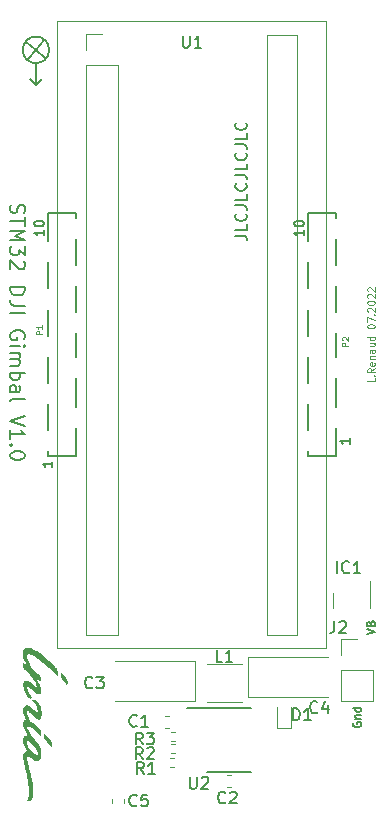
<source format=gbr>
%TF.GenerationSoftware,KiCad,Pcbnew,(6.0.4)*%
%TF.CreationDate,2022-08-11T15:59:35+02:00*%
%TF.ProjectId,STM32_DJI_Gimbal,53544d33-325f-4444-9a49-5f47696d6261,rev?*%
%TF.SameCoordinates,Original*%
%TF.FileFunction,Legend,Top*%
%TF.FilePolarity,Positive*%
%FSLAX46Y46*%
G04 Gerber Fmt 4.6, Leading zero omitted, Abs format (unit mm)*
G04 Created by KiCad (PCBNEW (6.0.4)) date 2022-08-11 15:59:35*
%MOMM*%
%LPD*%
G01*
G04 APERTURE LIST*
%ADD10C,0.150000*%
%ADD11C,0.120000*%
%ADD12C,0.200000*%
%ADD13C,0.100000*%
G04 APERTURE END LIST*
D10*
X153652380Y-91619047D02*
X154366666Y-91619047D01*
X154509523Y-91666666D01*
X154604761Y-91761904D01*
X154652380Y-91904761D01*
X154652380Y-92000000D01*
X154652380Y-90666666D02*
X154652380Y-91142857D01*
X153652380Y-91142857D01*
X154557142Y-89761904D02*
X154604761Y-89809523D01*
X154652380Y-89952380D01*
X154652380Y-90047619D01*
X154604761Y-90190476D01*
X154509523Y-90285714D01*
X154414285Y-90333333D01*
X154223809Y-90380952D01*
X154080952Y-90380952D01*
X153890476Y-90333333D01*
X153795238Y-90285714D01*
X153700000Y-90190476D01*
X153652380Y-90047619D01*
X153652380Y-89952380D01*
X153700000Y-89809523D01*
X153747619Y-89761904D01*
X153652380Y-89047619D02*
X154366666Y-89047619D01*
X154509523Y-89095238D01*
X154604761Y-89190476D01*
X154652380Y-89333333D01*
X154652380Y-89428571D01*
X154652380Y-88095238D02*
X154652380Y-88571428D01*
X153652380Y-88571428D01*
X154557142Y-87190476D02*
X154604761Y-87238095D01*
X154652380Y-87380952D01*
X154652380Y-87476190D01*
X154604761Y-87619047D01*
X154509523Y-87714285D01*
X154414285Y-87761904D01*
X154223809Y-87809523D01*
X154080952Y-87809523D01*
X153890476Y-87761904D01*
X153795238Y-87714285D01*
X153700000Y-87619047D01*
X153652380Y-87476190D01*
X153652380Y-87380952D01*
X153700000Y-87238095D01*
X153747619Y-87190476D01*
X153652380Y-86476190D02*
X154366666Y-86476190D01*
X154509523Y-86523809D01*
X154604761Y-86619047D01*
X154652380Y-86761904D01*
X154652380Y-86857142D01*
X154652380Y-85523809D02*
X154652380Y-86000000D01*
X153652380Y-86000000D01*
X154557142Y-84619047D02*
X154604761Y-84666666D01*
X154652380Y-84809523D01*
X154652380Y-84904761D01*
X154604761Y-85047619D01*
X154509523Y-85142857D01*
X154414285Y-85190476D01*
X154223809Y-85238095D01*
X154080952Y-85238095D01*
X153890476Y-85190476D01*
X153795238Y-85142857D01*
X153700000Y-85047619D01*
X153652380Y-84904761D01*
X153652380Y-84809523D01*
X153700000Y-84666666D01*
X153747619Y-84619047D01*
X153652380Y-83904761D02*
X154366666Y-83904761D01*
X154509523Y-83952380D01*
X154604761Y-84047619D01*
X154652380Y-84190476D01*
X154652380Y-84285714D01*
X154652380Y-82952380D02*
X154652380Y-83428571D01*
X153652380Y-83428571D01*
X154557142Y-82047619D02*
X154604761Y-82095238D01*
X154652380Y-82238095D01*
X154652380Y-82333333D01*
X154604761Y-82476190D01*
X154509523Y-82571428D01*
X154414285Y-82619047D01*
X154223809Y-82666666D01*
X154080952Y-82666666D01*
X153890476Y-82619047D01*
X153795238Y-82571428D01*
X153700000Y-82476190D01*
X153652380Y-82333333D01*
X153652380Y-82238095D01*
X153700000Y-82095238D01*
X153747619Y-82047619D01*
X163650000Y-132850000D02*
X163616666Y-132916666D01*
X163616666Y-133016666D01*
X163650000Y-133116666D01*
X163716666Y-133183333D01*
X163783333Y-133216666D01*
X163916666Y-133250000D01*
X164016666Y-133250000D01*
X164150000Y-133216666D01*
X164216666Y-133183333D01*
X164283333Y-133116666D01*
X164316666Y-133016666D01*
X164316666Y-132950000D01*
X164283333Y-132850000D01*
X164250000Y-132816666D01*
X164016666Y-132816666D01*
X164016666Y-132950000D01*
X163850000Y-132516666D02*
X164316666Y-132516666D01*
X163916666Y-132516666D02*
X163883333Y-132483333D01*
X163850000Y-132416666D01*
X163850000Y-132316666D01*
X163883333Y-132250000D01*
X163950000Y-132216666D01*
X164316666Y-132216666D01*
X164316666Y-131583333D02*
X163616666Y-131583333D01*
X164283333Y-131583333D02*
X164316666Y-131650000D01*
X164316666Y-131783333D01*
X164283333Y-131850000D01*
X164250000Y-131883333D01*
X164183333Y-131916666D01*
X163983333Y-131916666D01*
X163916666Y-131883333D01*
X163883333Y-131850000D01*
X163850000Y-131783333D01*
X163850000Y-131650000D01*
X163883333Y-131583333D01*
X164816666Y-125383333D02*
X165516666Y-125150000D01*
X164816666Y-124916666D01*
X165150000Y-124450000D02*
X165183333Y-124350000D01*
X165216666Y-124316666D01*
X165283333Y-124283333D01*
X165383333Y-124283333D01*
X165450000Y-124316666D01*
X165483333Y-124350000D01*
X165516666Y-124416666D01*
X165516666Y-124683333D01*
X164816666Y-124683333D01*
X164816666Y-124450000D01*
X164850000Y-124383333D01*
X164883333Y-124350000D01*
X164950000Y-124316666D01*
X165016666Y-124316666D01*
X165083333Y-124350000D01*
X165116666Y-124383333D01*
X165150000Y-124450000D01*
X165150000Y-124683333D01*
D11*
X165471428Y-103685714D02*
X165471428Y-103971428D01*
X164871428Y-103971428D01*
X165414285Y-103485714D02*
X165442857Y-103457142D01*
X165471428Y-103485714D01*
X165442857Y-103514285D01*
X165414285Y-103485714D01*
X165471428Y-103485714D01*
X165471428Y-102857142D02*
X165185714Y-103057142D01*
X165471428Y-103200000D02*
X164871428Y-103200000D01*
X164871428Y-102971428D01*
X164900000Y-102914285D01*
X164928571Y-102885714D01*
X164985714Y-102857142D01*
X165071428Y-102857142D01*
X165128571Y-102885714D01*
X165157142Y-102914285D01*
X165185714Y-102971428D01*
X165185714Y-103200000D01*
X165442857Y-102371428D02*
X165471428Y-102428571D01*
X165471428Y-102542857D01*
X165442857Y-102600000D01*
X165385714Y-102628571D01*
X165157142Y-102628571D01*
X165100000Y-102600000D01*
X165071428Y-102542857D01*
X165071428Y-102428571D01*
X165100000Y-102371428D01*
X165157142Y-102342857D01*
X165214285Y-102342857D01*
X165271428Y-102628571D01*
X165071428Y-102085714D02*
X165471428Y-102085714D01*
X165128571Y-102085714D02*
X165100000Y-102057142D01*
X165071428Y-102000000D01*
X165071428Y-101914285D01*
X165100000Y-101857142D01*
X165157142Y-101828571D01*
X165471428Y-101828571D01*
X165471428Y-101285714D02*
X165157142Y-101285714D01*
X165100000Y-101314285D01*
X165071428Y-101371428D01*
X165071428Y-101485714D01*
X165100000Y-101542857D01*
X165442857Y-101285714D02*
X165471428Y-101342857D01*
X165471428Y-101485714D01*
X165442857Y-101542857D01*
X165385714Y-101571428D01*
X165328571Y-101571428D01*
X165271428Y-101542857D01*
X165242857Y-101485714D01*
X165242857Y-101342857D01*
X165214285Y-101285714D01*
X165071428Y-100742857D02*
X165471428Y-100742857D01*
X165071428Y-101000000D02*
X165385714Y-101000000D01*
X165442857Y-100971428D01*
X165471428Y-100914285D01*
X165471428Y-100828571D01*
X165442857Y-100771428D01*
X165414285Y-100742857D01*
X165471428Y-100200000D02*
X164871428Y-100200000D01*
X165442857Y-100200000D02*
X165471428Y-100257142D01*
X165471428Y-100371428D01*
X165442857Y-100428571D01*
X165414285Y-100457142D01*
X165357142Y-100485714D01*
X165185714Y-100485714D01*
X165128571Y-100457142D01*
X165100000Y-100428571D01*
X165071428Y-100371428D01*
X165071428Y-100257142D01*
X165100000Y-100200000D01*
X164871428Y-99342857D02*
X164871428Y-99285714D01*
X164900000Y-99228571D01*
X164928571Y-99200000D01*
X164985714Y-99171428D01*
X165100000Y-99142857D01*
X165242857Y-99142857D01*
X165357142Y-99171428D01*
X165414285Y-99200000D01*
X165442857Y-99228571D01*
X165471428Y-99285714D01*
X165471428Y-99342857D01*
X165442857Y-99400000D01*
X165414285Y-99428571D01*
X165357142Y-99457142D01*
X165242857Y-99485714D01*
X165100000Y-99485714D01*
X164985714Y-99457142D01*
X164928571Y-99428571D01*
X164900000Y-99400000D01*
X164871428Y-99342857D01*
X164871428Y-98942857D02*
X164871428Y-98542857D01*
X165471428Y-98800000D01*
X165414285Y-98314285D02*
X165442857Y-98285714D01*
X165471428Y-98314285D01*
X165442857Y-98342857D01*
X165414285Y-98314285D01*
X165471428Y-98314285D01*
X164928571Y-98057142D02*
X164900000Y-98028571D01*
X164871428Y-97971428D01*
X164871428Y-97828571D01*
X164900000Y-97771428D01*
X164928571Y-97742857D01*
X164985714Y-97714285D01*
X165042857Y-97714285D01*
X165128571Y-97742857D01*
X165471428Y-98085714D01*
X165471428Y-97714285D01*
X164871428Y-97342857D02*
X164871428Y-97285714D01*
X164900000Y-97228571D01*
X164928571Y-97200000D01*
X164985714Y-97171428D01*
X165100000Y-97142857D01*
X165242857Y-97142857D01*
X165357142Y-97171428D01*
X165414285Y-97200000D01*
X165442857Y-97228571D01*
X165471428Y-97285714D01*
X165471428Y-97342857D01*
X165442857Y-97400000D01*
X165414285Y-97428571D01*
X165357142Y-97457142D01*
X165242857Y-97485714D01*
X165100000Y-97485714D01*
X164985714Y-97457142D01*
X164928571Y-97428571D01*
X164900000Y-97400000D01*
X164871428Y-97342857D01*
X164928571Y-96914285D02*
X164900000Y-96885714D01*
X164871428Y-96828571D01*
X164871428Y-96685714D01*
X164900000Y-96628571D01*
X164928571Y-96600000D01*
X164985714Y-96571428D01*
X165042857Y-96571428D01*
X165128571Y-96600000D01*
X165471428Y-96942857D01*
X165471428Y-96571428D01*
X164928571Y-96342857D02*
X164900000Y-96314285D01*
X164871428Y-96257142D01*
X164871428Y-96114285D01*
X164900000Y-96057142D01*
X164928571Y-96028571D01*
X164985714Y-96000000D01*
X165042857Y-96000000D01*
X165128571Y-96028571D01*
X165471428Y-96371428D01*
X165471428Y-96000000D01*
D12*
X134694047Y-88996428D02*
X134634523Y-89175000D01*
X134634523Y-89472619D01*
X134694047Y-89591666D01*
X134753571Y-89651190D01*
X134872619Y-89710714D01*
X134991666Y-89710714D01*
X135110714Y-89651190D01*
X135170238Y-89591666D01*
X135229761Y-89472619D01*
X135289285Y-89234523D01*
X135348809Y-89115476D01*
X135408333Y-89055952D01*
X135527380Y-88996428D01*
X135646428Y-88996428D01*
X135765476Y-89055952D01*
X135825000Y-89115476D01*
X135884523Y-89234523D01*
X135884523Y-89532142D01*
X135825000Y-89710714D01*
X135884523Y-90067857D02*
X135884523Y-90782142D01*
X134634523Y-90425000D02*
X135884523Y-90425000D01*
X134634523Y-91198809D02*
X135884523Y-91198809D01*
X134991666Y-91615476D01*
X135884523Y-92032142D01*
X134634523Y-92032142D01*
X135884523Y-92508333D02*
X135884523Y-93282142D01*
X135408333Y-92865476D01*
X135408333Y-93044047D01*
X135348809Y-93163095D01*
X135289285Y-93222619D01*
X135170238Y-93282142D01*
X134872619Y-93282142D01*
X134753571Y-93222619D01*
X134694047Y-93163095D01*
X134634523Y-93044047D01*
X134634523Y-92686904D01*
X134694047Y-92567857D01*
X134753571Y-92508333D01*
X135765476Y-93758333D02*
X135825000Y-93817857D01*
X135884523Y-93936904D01*
X135884523Y-94234523D01*
X135825000Y-94353571D01*
X135765476Y-94413095D01*
X135646428Y-94472619D01*
X135527380Y-94472619D01*
X135348809Y-94413095D01*
X134634523Y-93698809D01*
X134634523Y-94472619D01*
X134634523Y-95960714D02*
X135884523Y-95960714D01*
X135884523Y-96258333D01*
X135825000Y-96436904D01*
X135705952Y-96555952D01*
X135586904Y-96615476D01*
X135348809Y-96675000D01*
X135170238Y-96675000D01*
X134932142Y-96615476D01*
X134813095Y-96555952D01*
X134694047Y-96436904D01*
X134634523Y-96258333D01*
X134634523Y-95960714D01*
X135884523Y-97567857D02*
X134991666Y-97567857D01*
X134813095Y-97508333D01*
X134694047Y-97389285D01*
X134634523Y-97210714D01*
X134634523Y-97091666D01*
X134634523Y-98163095D02*
X135884523Y-98163095D01*
X135825000Y-100365476D02*
X135884523Y-100246428D01*
X135884523Y-100067857D01*
X135825000Y-99889285D01*
X135705952Y-99770238D01*
X135586904Y-99710714D01*
X135348809Y-99651190D01*
X135170238Y-99651190D01*
X134932142Y-99710714D01*
X134813095Y-99770238D01*
X134694047Y-99889285D01*
X134634523Y-100067857D01*
X134634523Y-100186904D01*
X134694047Y-100365476D01*
X134753571Y-100425000D01*
X135170238Y-100425000D01*
X135170238Y-100186904D01*
X134634523Y-100960714D02*
X135467857Y-100960714D01*
X135884523Y-100960714D02*
X135825000Y-100901190D01*
X135765476Y-100960714D01*
X135825000Y-101020238D01*
X135884523Y-100960714D01*
X135765476Y-100960714D01*
X134634523Y-101555952D02*
X135467857Y-101555952D01*
X135348809Y-101555952D02*
X135408333Y-101615476D01*
X135467857Y-101734523D01*
X135467857Y-101913095D01*
X135408333Y-102032142D01*
X135289285Y-102091666D01*
X134634523Y-102091666D01*
X135289285Y-102091666D02*
X135408333Y-102151190D01*
X135467857Y-102270238D01*
X135467857Y-102448809D01*
X135408333Y-102567857D01*
X135289285Y-102627380D01*
X134634523Y-102627380D01*
X134634523Y-103222619D02*
X135884523Y-103222619D01*
X135408333Y-103222619D02*
X135467857Y-103341666D01*
X135467857Y-103579761D01*
X135408333Y-103698809D01*
X135348809Y-103758333D01*
X135229761Y-103817857D01*
X134872619Y-103817857D01*
X134753571Y-103758333D01*
X134694047Y-103698809D01*
X134634523Y-103579761D01*
X134634523Y-103341666D01*
X134694047Y-103222619D01*
X134634523Y-104889285D02*
X135289285Y-104889285D01*
X135408333Y-104829761D01*
X135467857Y-104710714D01*
X135467857Y-104472619D01*
X135408333Y-104353571D01*
X134694047Y-104889285D02*
X134634523Y-104770238D01*
X134634523Y-104472619D01*
X134694047Y-104353571D01*
X134813095Y-104294047D01*
X134932142Y-104294047D01*
X135051190Y-104353571D01*
X135110714Y-104472619D01*
X135110714Y-104770238D01*
X135170238Y-104889285D01*
X134634523Y-105663095D02*
X134694047Y-105544047D01*
X134813095Y-105484523D01*
X135884523Y-105484523D01*
X135884523Y-106913095D02*
X134634523Y-107329761D01*
X135884523Y-107746428D01*
X134634523Y-108817857D02*
X134634523Y-108103571D01*
X134634523Y-108460714D02*
X135884523Y-108460714D01*
X135705952Y-108341666D01*
X135586904Y-108222619D01*
X135527380Y-108103571D01*
X134753571Y-109353571D02*
X134694047Y-109413095D01*
X134634523Y-109353571D01*
X134694047Y-109294047D01*
X134753571Y-109353571D01*
X134634523Y-109353571D01*
X135884523Y-110186904D02*
X135884523Y-110305952D01*
X135825000Y-110425000D01*
X135765476Y-110484523D01*
X135646428Y-110544047D01*
X135408333Y-110603571D01*
X135110714Y-110603571D01*
X134872619Y-110544047D01*
X134753571Y-110484523D01*
X134694047Y-110425000D01*
X134634523Y-110305952D01*
X134634523Y-110186904D01*
X134694047Y-110067857D01*
X134753571Y-110008333D01*
X134872619Y-109948809D01*
X135110714Y-109889285D01*
X135408333Y-109889285D01*
X135646428Y-109948809D01*
X135765476Y-110008333D01*
X135825000Y-110067857D01*
X135884523Y-110186904D01*
D10*
X136800000Y-75900000D02*
X136100000Y-76700000D01*
X136800000Y-75900000D02*
X137500000Y-75100000D01*
X136800000Y-75900000D02*
X137600000Y-76600000D01*
X136800000Y-75900000D02*
X136000000Y-75200000D01*
X136800000Y-78900000D02*
X136300000Y-78400000D01*
X136800000Y-78900000D02*
X137300000Y-78400000D01*
X136800000Y-77018033D02*
X136800000Y-78900000D01*
X137918034Y-75900000D02*
G75*
G03*
X137918034Y-75900000I-1118034J0D01*
G01*
%TO.C,U2*%
X149838095Y-137452380D02*
X149838095Y-138261904D01*
X149885714Y-138357142D01*
X149933333Y-138404761D01*
X150028571Y-138452380D01*
X150219047Y-138452380D01*
X150314285Y-138404761D01*
X150361904Y-138357142D01*
X150409523Y-138261904D01*
X150409523Y-137452380D01*
X150838095Y-137547619D02*
X150885714Y-137500000D01*
X150980952Y-137452380D01*
X151219047Y-137452380D01*
X151314285Y-137500000D01*
X151361904Y-137547619D01*
X151409523Y-137642857D01*
X151409523Y-137738095D01*
X151361904Y-137880952D01*
X150790476Y-138452380D01*
X151409523Y-138452380D01*
%TO.C,R3*%
X145833333Y-134702380D02*
X145500000Y-134226190D01*
X145261904Y-134702380D02*
X145261904Y-133702380D01*
X145642857Y-133702380D01*
X145738095Y-133750000D01*
X145785714Y-133797619D01*
X145833333Y-133892857D01*
X145833333Y-134035714D01*
X145785714Y-134130952D01*
X145738095Y-134178571D01*
X145642857Y-134226190D01*
X145261904Y-134226190D01*
X146166666Y-133702380D02*
X146785714Y-133702380D01*
X146452380Y-134083333D01*
X146595238Y-134083333D01*
X146690476Y-134130952D01*
X146738095Y-134178571D01*
X146785714Y-134273809D01*
X146785714Y-134511904D01*
X146738095Y-134607142D01*
X146690476Y-134654761D01*
X146595238Y-134702380D01*
X146309523Y-134702380D01*
X146214285Y-134654761D01*
X146166666Y-134607142D01*
%TO.C,R2*%
X145833333Y-135952380D02*
X145500000Y-135476190D01*
X145261904Y-135952380D02*
X145261904Y-134952380D01*
X145642857Y-134952380D01*
X145738095Y-135000000D01*
X145785714Y-135047619D01*
X145833333Y-135142857D01*
X145833333Y-135285714D01*
X145785714Y-135380952D01*
X145738095Y-135428571D01*
X145642857Y-135476190D01*
X145261904Y-135476190D01*
X146214285Y-135047619D02*
X146261904Y-135000000D01*
X146357142Y-134952380D01*
X146595238Y-134952380D01*
X146690476Y-135000000D01*
X146738095Y-135047619D01*
X146785714Y-135142857D01*
X146785714Y-135238095D01*
X146738095Y-135380952D01*
X146166666Y-135952380D01*
X146785714Y-135952380D01*
%TO.C,R1*%
X145919333Y-137202380D02*
X145586000Y-136726190D01*
X145347904Y-137202380D02*
X145347904Y-136202380D01*
X145728857Y-136202380D01*
X145824095Y-136250000D01*
X145871714Y-136297619D01*
X145919333Y-136392857D01*
X145919333Y-136535714D01*
X145871714Y-136630952D01*
X145824095Y-136678571D01*
X145728857Y-136726190D01*
X145347904Y-136726190D01*
X146871714Y-137202380D02*
X146300285Y-137202380D01*
X146586000Y-137202380D02*
X146586000Y-136202380D01*
X146490761Y-136345238D01*
X146395523Y-136440476D01*
X146300285Y-136488095D01*
%TO.C,L1*%
X152583333Y-127702380D02*
X152107142Y-127702380D01*
X152107142Y-126702380D01*
X153440476Y-127702380D02*
X152869047Y-127702380D01*
X153154761Y-127702380D02*
X153154761Y-126702380D01*
X153059523Y-126845238D01*
X152964285Y-126940476D01*
X152869047Y-126988095D01*
%TO.C,D1*%
X158561904Y-132652380D02*
X158561904Y-131652380D01*
X158800000Y-131652380D01*
X158942857Y-131700000D01*
X159038095Y-131795238D01*
X159085714Y-131890476D01*
X159133333Y-132080952D01*
X159133333Y-132223809D01*
X159085714Y-132414285D01*
X159038095Y-132509523D01*
X158942857Y-132604761D01*
X158800000Y-132652380D01*
X158561904Y-132652380D01*
X160085714Y-132652380D02*
X159514285Y-132652380D01*
X159800000Y-132652380D02*
X159800000Y-131652380D01*
X159704761Y-131795238D01*
X159609523Y-131890476D01*
X159514285Y-131938095D01*
%TO.C,C5*%
X145333333Y-139857142D02*
X145285714Y-139904761D01*
X145142857Y-139952380D01*
X145047619Y-139952380D01*
X144904761Y-139904761D01*
X144809523Y-139809523D01*
X144761904Y-139714285D01*
X144714285Y-139523809D01*
X144714285Y-139380952D01*
X144761904Y-139190476D01*
X144809523Y-139095238D01*
X144904761Y-139000000D01*
X145047619Y-138952380D01*
X145142857Y-138952380D01*
X145285714Y-139000000D01*
X145333333Y-139047619D01*
X146238095Y-138952380D02*
X145761904Y-138952380D01*
X145714285Y-139428571D01*
X145761904Y-139380952D01*
X145857142Y-139333333D01*
X146095238Y-139333333D01*
X146190476Y-139380952D01*
X146238095Y-139428571D01*
X146285714Y-139523809D01*
X146285714Y-139761904D01*
X146238095Y-139857142D01*
X146190476Y-139904761D01*
X146095238Y-139952380D01*
X145857142Y-139952380D01*
X145761904Y-139904761D01*
X145714285Y-139857142D01*
%TO.C,C4*%
X160633333Y-131957142D02*
X160585714Y-132004761D01*
X160442857Y-132052380D01*
X160347619Y-132052380D01*
X160204761Y-132004761D01*
X160109523Y-131909523D01*
X160061904Y-131814285D01*
X160014285Y-131623809D01*
X160014285Y-131480952D01*
X160061904Y-131290476D01*
X160109523Y-131195238D01*
X160204761Y-131100000D01*
X160347619Y-131052380D01*
X160442857Y-131052380D01*
X160585714Y-131100000D01*
X160633333Y-131147619D01*
X161490476Y-131385714D02*
X161490476Y-132052380D01*
X161252380Y-131004761D02*
X161014285Y-131719047D01*
X161633333Y-131719047D01*
%TO.C,C3*%
X141583333Y-129857142D02*
X141535714Y-129904761D01*
X141392857Y-129952380D01*
X141297619Y-129952380D01*
X141154761Y-129904761D01*
X141059523Y-129809523D01*
X141011904Y-129714285D01*
X140964285Y-129523809D01*
X140964285Y-129380952D01*
X141011904Y-129190476D01*
X141059523Y-129095238D01*
X141154761Y-129000000D01*
X141297619Y-128952380D01*
X141392857Y-128952380D01*
X141535714Y-129000000D01*
X141583333Y-129047619D01*
X141916666Y-128952380D02*
X142535714Y-128952380D01*
X142202380Y-129333333D01*
X142345238Y-129333333D01*
X142440476Y-129380952D01*
X142488095Y-129428571D01*
X142535714Y-129523809D01*
X142535714Y-129761904D01*
X142488095Y-129857142D01*
X142440476Y-129904761D01*
X142345238Y-129952380D01*
X142059523Y-129952380D01*
X141964285Y-129904761D01*
X141916666Y-129857142D01*
%TO.C,C2*%
X152847053Y-139607142D02*
X152799434Y-139654761D01*
X152656577Y-139702380D01*
X152561339Y-139702380D01*
X152418481Y-139654761D01*
X152323243Y-139559523D01*
X152275624Y-139464285D01*
X152228005Y-139273809D01*
X152228005Y-139130952D01*
X152275624Y-138940476D01*
X152323243Y-138845238D01*
X152418481Y-138750000D01*
X152561339Y-138702380D01*
X152656577Y-138702380D01*
X152799434Y-138750000D01*
X152847053Y-138797619D01*
X153228005Y-138797619D02*
X153275624Y-138750000D01*
X153370862Y-138702380D01*
X153608958Y-138702380D01*
X153704196Y-138750000D01*
X153751815Y-138797619D01*
X153799434Y-138892857D01*
X153799434Y-138988095D01*
X153751815Y-139130952D01*
X153180386Y-139702380D01*
X153799434Y-139702380D01*
%TO.C,C1*%
X145333333Y-133107142D02*
X145285714Y-133154761D01*
X145142857Y-133202380D01*
X145047619Y-133202380D01*
X144904761Y-133154761D01*
X144809523Y-133059523D01*
X144761904Y-132964285D01*
X144714285Y-132773809D01*
X144714285Y-132630952D01*
X144761904Y-132440476D01*
X144809523Y-132345238D01*
X144904761Y-132250000D01*
X145047619Y-132202380D01*
X145142857Y-132202380D01*
X145285714Y-132250000D01*
X145333333Y-132297619D01*
X146285714Y-133202380D02*
X145714285Y-133202380D01*
X146000000Y-133202380D02*
X146000000Y-132202380D01*
X145904761Y-132345238D01*
X145809523Y-132440476D01*
X145714285Y-132488095D01*
%TO.C,J2*%
X162066666Y-124252380D02*
X162066666Y-124966666D01*
X162019047Y-125109523D01*
X161923809Y-125204761D01*
X161780952Y-125252380D01*
X161685714Y-125252380D01*
X162495238Y-124347619D02*
X162542857Y-124300000D01*
X162638095Y-124252380D01*
X162876190Y-124252380D01*
X162971428Y-124300000D01*
X163019047Y-124347619D01*
X163066666Y-124442857D01*
X163066666Y-124538095D01*
X163019047Y-124680952D01*
X162447619Y-125252380D01*
X163066666Y-125252380D01*
%TO.C,U1*%
X149238095Y-74702380D02*
X149238095Y-75511904D01*
X149285714Y-75607142D01*
X149333333Y-75654761D01*
X149428571Y-75702380D01*
X149619047Y-75702380D01*
X149714285Y-75654761D01*
X149761904Y-75607142D01*
X149809523Y-75511904D01*
X149809523Y-74702380D01*
X150809523Y-75702380D02*
X150238095Y-75702380D01*
X150523809Y-75702380D02*
X150523809Y-74702380D01*
X150428571Y-74845238D01*
X150333333Y-74940476D01*
X150238095Y-74988095D01*
D13*
%TO.C,P2*%
X163226190Y-100969047D02*
X162726190Y-100969047D01*
X162726190Y-100778571D01*
X162750000Y-100730952D01*
X162773809Y-100707142D01*
X162821428Y-100683333D01*
X162892857Y-100683333D01*
X162940476Y-100707142D01*
X162964285Y-100730952D01*
X162988095Y-100778571D01*
X162988095Y-100969047D01*
X162773809Y-100492857D02*
X162750000Y-100469047D01*
X162726190Y-100421428D01*
X162726190Y-100302380D01*
X162750000Y-100254761D01*
X162773809Y-100230952D01*
X162821428Y-100207142D01*
X162869047Y-100207142D01*
X162940476Y-100230952D01*
X163226190Y-100516666D01*
X163226190Y-100207142D01*
D12*
X163361904Y-108771428D02*
X163361904Y-109228571D01*
X163361904Y-109000000D02*
X162561904Y-109000000D01*
X162676190Y-109076190D01*
X162752380Y-109152380D01*
X162790476Y-109228571D01*
X159461904Y-91152380D02*
X159461904Y-91609523D01*
X159461904Y-91380952D02*
X158661904Y-91380952D01*
X158776190Y-91457142D01*
X158852380Y-91533333D01*
X158890476Y-91609523D01*
X158661904Y-90657142D02*
X158661904Y-90580952D01*
X158700000Y-90504761D01*
X158738095Y-90466666D01*
X158814285Y-90428571D01*
X158966666Y-90390476D01*
X159157142Y-90390476D01*
X159309523Y-90428571D01*
X159385714Y-90466666D01*
X159423809Y-90504761D01*
X159461904Y-90580952D01*
X159461904Y-90657142D01*
X159423809Y-90733333D01*
X159385714Y-90771428D01*
X159309523Y-90809523D01*
X159157142Y-90847619D01*
X158966666Y-90847619D01*
X158814285Y-90809523D01*
X158738095Y-90771428D01*
X158700000Y-90733333D01*
X158661904Y-90657142D01*
D13*
%TO.C,P1*%
X137326190Y-99969047D02*
X136826190Y-99969047D01*
X136826190Y-99778571D01*
X136850000Y-99730952D01*
X136873809Y-99707142D01*
X136921428Y-99683333D01*
X136992857Y-99683333D01*
X137040476Y-99707142D01*
X137064285Y-99730952D01*
X137088095Y-99778571D01*
X137088095Y-99969047D01*
X137326190Y-99207142D02*
X137326190Y-99492857D01*
X137326190Y-99350000D02*
X136826190Y-99350000D01*
X136897619Y-99397619D01*
X136945238Y-99445238D01*
X136969047Y-99492857D01*
D12*
X137461904Y-91152380D02*
X137461904Y-91609523D01*
X137461904Y-91380952D02*
X136661904Y-91380952D01*
X136776190Y-91457142D01*
X136852380Y-91533333D01*
X136890476Y-91609523D01*
X136661904Y-90657142D02*
X136661904Y-90580952D01*
X136700000Y-90504761D01*
X136738095Y-90466666D01*
X136814285Y-90428571D01*
X136966666Y-90390476D01*
X137157142Y-90390476D01*
X137309523Y-90428571D01*
X137385714Y-90466666D01*
X137423809Y-90504761D01*
X137461904Y-90580952D01*
X137461904Y-90657142D01*
X137423809Y-90733333D01*
X137385714Y-90771428D01*
X137309523Y-90809523D01*
X137157142Y-90847619D01*
X136966666Y-90847619D01*
X136814285Y-90809523D01*
X136738095Y-90771428D01*
X136700000Y-90733333D01*
X136661904Y-90657142D01*
X138161904Y-110771428D02*
X138161904Y-111228571D01*
X138161904Y-111000000D02*
X137361904Y-111000000D01*
X137476190Y-111076190D01*
X137552380Y-111152380D01*
X137590476Y-111228571D01*
D10*
%TO.C,IC1*%
X162273809Y-120202380D02*
X162273809Y-119202380D01*
X163321428Y-120107142D02*
X163273809Y-120154761D01*
X163130952Y-120202380D01*
X163035714Y-120202380D01*
X162892857Y-120154761D01*
X162797619Y-120059523D01*
X162750000Y-119964285D01*
X162702380Y-119773809D01*
X162702380Y-119630952D01*
X162750000Y-119440476D01*
X162797619Y-119345238D01*
X162892857Y-119250000D01*
X163035714Y-119202380D01*
X163130952Y-119202380D01*
X163273809Y-119250000D01*
X163321428Y-119297619D01*
X164273809Y-120202380D02*
X163702380Y-120202380D01*
X163988095Y-120202380D02*
X163988095Y-119202380D01*
X163892857Y-119345238D01*
X163797619Y-119440476D01*
X163702380Y-119488095D01*
%TO.C,U2*%
X151300000Y-137012500D02*
X155008600Y-137012500D01*
X149629300Y-131612500D02*
X155012900Y-131612500D01*
D11*
%TO.C,R3*%
X148557941Y-134380000D02*
X148250659Y-134380000D01*
X148557941Y-133620000D02*
X148250659Y-133620000D01*
%TO.C,R2*%
X148250659Y-134707500D02*
X148557941Y-134707500D01*
X148250659Y-135467500D02*
X148557941Y-135467500D01*
%TO.C,R1*%
X148182359Y-136630000D02*
X148489641Y-136630000D01*
X148182359Y-135870000D02*
X148489641Y-135870000D01*
%TO.C,L1*%
X151250000Y-127900000D02*
X154250000Y-127900000D01*
X151250000Y-131100000D02*
X154250000Y-131100000D01*
%TO.C,D1*%
X158400000Y-131500000D02*
X158400000Y-133350000D01*
X157200000Y-131500000D02*
X157200000Y-133350000D01*
X157200000Y-133350000D02*
X158400000Y-133350000D01*
%TO.C,C5*%
X144260000Y-139640580D02*
X144260000Y-139359420D01*
X143240000Y-139640580D02*
X143240000Y-139359420D01*
%TO.C,C4*%
X154740000Y-127290000D02*
X154740000Y-130710000D01*
X161500000Y-127290000D02*
X154740000Y-127290000D01*
X154740000Y-130710000D02*
X161500000Y-130710000D01*
%TO.C,C3*%
X150260000Y-127627500D02*
X143500000Y-127627500D01*
X143500000Y-131047500D02*
X150260000Y-131047500D01*
X150260000Y-131047500D02*
X150260000Y-127627500D01*
%TO.C,C2*%
X153013720Y-138347500D02*
X153294880Y-138347500D01*
X153013720Y-137327500D02*
X153294880Y-137327500D01*
%TO.C,C1*%
X148044880Y-132327500D02*
X147763720Y-132327500D01*
X148044880Y-133347500D02*
X147763720Y-133347500D01*
%TO.C,J2*%
X162670000Y-127125000D02*
X162670000Y-125795000D01*
X162670000Y-130995000D02*
X165330000Y-130995000D01*
X162670000Y-128395000D02*
X162670000Y-130995000D01*
X162670000Y-128395000D02*
X165330000Y-128395000D01*
X162670000Y-125795000D02*
X164000000Y-125795000D01*
X165330000Y-128395000D02*
X165330000Y-130995000D01*
%TO.C,G\u002A\u002A\u002A*%
G36*
X136021895Y-133816479D02*
G01*
X135920581Y-133647557D01*
X135834459Y-133466823D01*
X135767394Y-133284879D01*
X135723253Y-133112328D01*
X135705903Y-132959771D01*
X135705790Y-132949726D01*
X135719420Y-132827527D01*
X135758690Y-132729653D01*
X135819943Y-132661378D01*
X135899521Y-132627975D01*
X135930661Y-132625498D01*
X135974943Y-132622558D01*
X135991848Y-132616063D01*
X135981475Y-132593778D01*
X135954278Y-132544407D01*
X135916136Y-132478621D01*
X135915992Y-132478378D01*
X135842753Y-132334008D01*
X135783719Y-132176790D01*
X135741115Y-132016824D01*
X135717168Y-131864208D01*
X135714103Y-131729039D01*
X135729949Y-131634171D01*
X135782896Y-131518826D01*
X135859446Y-131435719D01*
X135954392Y-131388172D01*
X136062525Y-131379505D01*
X136114219Y-131389207D01*
X136198233Y-131419827D01*
X136287774Y-131469512D01*
X136387819Y-131541969D01*
X136503343Y-131640907D01*
X136639322Y-131770035D01*
X136682046Y-131812413D01*
X136942670Y-132072920D01*
X136935385Y-131803980D01*
X136929952Y-131671316D01*
X136918740Y-131568489D01*
X136897090Y-131484475D01*
X136860344Y-131408251D01*
X136803843Y-131328794D01*
X136722927Y-131235081D01*
X136671064Y-131178576D01*
X136602774Y-131103132D01*
X136547255Y-131038500D01*
X136510531Y-130991919D01*
X136498526Y-130971253D01*
X136516697Y-130948507D01*
X136551725Y-130929941D01*
X136614096Y-130918252D01*
X136681418Y-130931919D01*
X136759028Y-130973693D01*
X136852264Y-131046328D01*
X136947344Y-131133957D01*
X137056038Y-131244526D01*
X137135900Y-131342355D01*
X137192119Y-131438717D01*
X137229887Y-131544882D01*
X137254392Y-131672122D01*
X137270825Y-131831708D01*
X137271272Y-131837436D01*
X137282431Y-132064883D01*
X137277810Y-132254194D01*
X137257609Y-132404823D01*
X137222028Y-132516223D01*
X137171264Y-132587848D01*
X137105517Y-132619152D01*
X137024987Y-132609589D01*
X136994372Y-132596978D01*
X136957251Y-132572055D01*
X136894018Y-132521698D01*
X136810465Y-132450861D01*
X136712384Y-132364494D01*
X136605567Y-132267551D01*
X136563063Y-132228198D01*
X136433072Y-132107910D01*
X136330534Y-132015230D01*
X136251280Y-131947086D01*
X136191140Y-131900408D01*
X136145944Y-131872124D01*
X136111523Y-131859163D01*
X136083708Y-131858453D01*
X136067338Y-131863052D01*
X136040471Y-131895570D01*
X136034113Y-131960314D01*
X136046591Y-132051439D01*
X136076233Y-132163102D01*
X136121366Y-132289459D01*
X136180319Y-132424666D01*
X136251418Y-132562881D01*
X136283700Y-132619075D01*
X136337908Y-132703664D01*
X136392737Y-132770457D01*
X136460654Y-132832488D01*
X136554125Y-132902786D01*
X136557205Y-132904981D01*
X136688921Y-133002427D01*
X136816515Y-133103523D01*
X136933251Y-133202395D01*
X137032392Y-133293166D01*
X137107201Y-133369961D01*
X137145399Y-133417983D01*
X137189444Y-133499880D01*
X137225598Y-133595913D01*
X137252289Y-133696774D01*
X137267946Y-133793155D01*
X137270997Y-133875748D01*
X137259869Y-133935245D01*
X137237113Y-133961101D01*
X137206704Y-133951229D01*
X137148665Y-133910526D01*
X137065130Y-133840649D01*
X136967252Y-133751698D01*
X136772841Y-133574665D01*
X136603077Y-133430182D01*
X136455349Y-133316185D01*
X136327042Y-133230610D01*
X136260483Y-133193180D01*
X136187553Y-133156411D01*
X136143083Y-133138696D01*
X136116825Y-133138042D01*
X136098531Y-133152457D01*
X136092270Y-133160485D01*
X136072784Y-133222494D01*
X136083937Y-133312045D01*
X136124263Y-133426506D01*
X136192297Y-133563244D01*
X136286573Y-133719627D01*
X136405624Y-133893022D01*
X136547986Y-134080797D01*
X136712192Y-134280320D01*
X136722597Y-134292479D01*
X136895241Y-134507611D01*
X137031211Y-134709554D01*
X137133365Y-134904577D01*
X137204560Y-135098946D01*
X137247654Y-135298928D01*
X137264449Y-135480937D01*
X137267164Y-135627530D01*
X137259779Y-135740830D01*
X137240284Y-135830855D01*
X137206666Y-135907622D01*
X137166560Y-135968496D01*
X137082830Y-136050902D01*
X136980277Y-136095586D01*
X136880827Y-136106158D01*
X136830136Y-136103168D01*
X136781220Y-136091447D01*
X136724468Y-136066868D01*
X136650267Y-136025305D01*
X136554248Y-135965942D01*
X136400376Y-135871024D01*
X136278351Y-135801314D01*
X136184778Y-135755574D01*
X136116264Y-135732567D01*
X136069416Y-135731056D01*
X136040839Y-135749801D01*
X136029801Y-135774656D01*
X136026499Y-135809873D01*
X136030438Y-135866027D01*
X136042216Y-135945974D01*
X136062435Y-136052573D01*
X136091695Y-136188680D01*
X136130595Y-136357153D01*
X136179737Y-136560850D01*
X136239721Y-136802628D01*
X136276301Y-136947931D01*
X136343375Y-137215263D01*
X136399745Y-137445349D01*
X136446314Y-137643445D01*
X136483986Y-137814808D01*
X136513663Y-137964693D01*
X136536248Y-138098357D01*
X136552644Y-138221057D01*
X136563754Y-138338050D01*
X136570480Y-138454590D01*
X136573725Y-138575936D01*
X136574422Y-138683608D01*
X136573935Y-138826383D01*
X136571960Y-138933502D01*
X136567666Y-139013365D01*
X136560223Y-139074369D01*
X136548799Y-139124914D01*
X136532564Y-139173398D01*
X136523725Y-139196137D01*
X136486759Y-139276931D01*
X136445129Y-139350673D01*
X136419085Y-139387312D01*
X136356309Y-139440808D01*
X136273078Y-139485253D01*
X136187046Y-139512947D01*
X136121365Y-139517126D01*
X136091362Y-139508165D01*
X136076469Y-139487299D01*
X136077053Y-139447673D01*
X136093482Y-139382432D01*
X136126123Y-139284721D01*
X136135217Y-139259027D01*
X136179291Y-139087646D01*
X136203309Y-138878559D01*
X136207313Y-138633269D01*
X136191345Y-138353277D01*
X136155448Y-138040084D01*
X136099665Y-137695193D01*
X136089374Y-137639696D01*
X136069383Y-137537511D01*
X136041774Y-137401962D01*
X136008566Y-137242674D01*
X135971782Y-137069275D01*
X135933442Y-136891390D01*
X135903914Y-136756430D01*
X135849399Y-136506524D01*
X135804734Y-136295811D01*
X135769255Y-136120697D01*
X135742299Y-135977589D01*
X135723203Y-135862894D01*
X135711301Y-135773017D01*
X135705932Y-135704366D01*
X135705464Y-135681760D01*
X135722880Y-135538149D01*
X135773518Y-135418627D01*
X135854962Y-135327000D01*
X135964799Y-135267072D01*
X135969647Y-135265423D01*
X136058017Y-135235966D01*
X135978154Y-135125832D01*
X135872775Y-134958873D01*
X135792436Y-134786341D01*
X135738033Y-134614228D01*
X135725072Y-134536339D01*
X136021887Y-134536339D01*
X136029663Y-134620866D01*
X136062930Y-134724020D01*
X136089179Y-134780702D01*
X136160244Y-134902984D01*
X136250121Y-135030407D01*
X136353282Y-135157500D01*
X136464195Y-135278791D01*
X136577333Y-135388807D01*
X136687165Y-135482077D01*
X136788161Y-135553128D01*
X136874793Y-135596490D01*
X136924667Y-135607471D01*
X136994189Y-135610494D01*
X136991326Y-135497088D01*
X136970754Y-135376787D01*
X136918428Y-135240586D01*
X136840108Y-135095646D01*
X136741553Y-134949131D01*
X136628521Y-134808203D01*
X136506773Y-134680025D01*
X136382066Y-134571760D01*
X136260159Y-134490572D01*
X136146813Y-134443623D01*
X136143714Y-134442845D01*
X136079693Y-134442496D01*
X136038824Y-134475272D01*
X136021887Y-134536339D01*
X135725072Y-134536339D01*
X135710460Y-134448528D01*
X135710612Y-134295234D01*
X135739385Y-134160339D01*
X135797674Y-134049836D01*
X135814402Y-134029558D01*
X135865473Y-133983238D01*
X135924445Y-133958507D01*
X135989640Y-133948122D01*
X136079693Y-133938670D01*
X136102719Y-133936253D01*
X136021895Y-133816479D01*
G37*
G36*
X137523557Y-133779588D02*
G01*
X137556677Y-133798119D01*
X137605273Y-133837682D01*
X137673429Y-133901738D01*
X137765229Y-133993748D01*
X137810346Y-134040042D01*
X137922355Y-134157666D01*
X138006580Y-134253380D01*
X138067420Y-134335364D01*
X138109272Y-134411801D01*
X138136536Y-134490870D01*
X138153609Y-134580754D01*
X138164889Y-134689633D01*
X138165817Y-134701232D01*
X138171548Y-134788148D01*
X138170915Y-134841100D01*
X138162494Y-134869904D01*
X138144856Y-134884379D01*
X138138826Y-134886913D01*
X138111900Y-134886108D01*
X138074887Y-134864237D01*
X138025011Y-134818380D01*
X137959494Y-134745614D01*
X137875560Y-134643016D01*
X137770432Y-134507663D01*
X137737930Y-134464961D01*
X137641769Y-134333529D01*
X137571801Y-134225231D01*
X137523775Y-134131350D01*
X137493440Y-134043169D01*
X137476545Y-133951973D01*
X137473459Y-133922696D01*
X137468694Y-133848505D01*
X137472949Y-133806482D01*
X137488463Y-133785259D01*
X137501829Y-133778629D01*
X137523557Y-133779588D01*
G37*
G36*
X138956871Y-128631076D02*
G01*
X139008280Y-128671932D01*
X139076209Y-128732729D01*
X139153713Y-128807500D01*
X139166084Y-128819904D01*
X139280873Y-128940964D01*
X139364825Y-129044617D01*
X139422417Y-129139803D01*
X139458125Y-129235462D01*
X139476426Y-129340534D01*
X139481711Y-129450145D01*
X139479707Y-129554995D01*
X139471483Y-129620803D01*
X139458450Y-129644878D01*
X139427509Y-129634399D01*
X139377613Y-129593692D01*
X139314155Y-129529249D01*
X139242527Y-129447564D01*
X139168122Y-129355129D01*
X139096333Y-129258435D01*
X139032553Y-129163977D01*
X138982173Y-129078245D01*
X138973089Y-129060527D01*
X138942653Y-128983522D01*
X138919361Y-128894978D01*
X138904185Y-128804681D01*
X138898097Y-128722418D01*
X138902071Y-128657975D01*
X138917078Y-128621139D01*
X138928928Y-128616132D01*
X138956871Y-128631076D01*
G37*
G36*
X136281502Y-126523605D02*
G01*
X136461931Y-126581187D01*
X136662635Y-126672997D01*
X136882653Y-126798638D01*
X137121019Y-126957714D01*
X137376771Y-127149826D01*
X137648944Y-127374578D01*
X137732177Y-127447009D01*
X137909713Y-127605330D01*
X138073337Y-127755355D01*
X138219876Y-127893950D01*
X138346161Y-128017977D01*
X138449020Y-128124301D01*
X138525281Y-128209786D01*
X138571773Y-128271295D01*
X138579733Y-128285177D01*
X138618956Y-128379601D01*
X138649089Y-128484423D01*
X138669478Y-128591439D01*
X138679468Y-128692448D01*
X138678404Y-128779244D01*
X138665632Y-128843626D01*
X138640496Y-128877388D01*
X138627241Y-128880485D01*
X138603661Y-128865784D01*
X138554696Y-128825120D01*
X138486148Y-128763652D01*
X138403819Y-128686538D01*
X138341807Y-128626706D01*
X138121760Y-128417072D01*
X137894411Y-128210106D01*
X137664155Y-128009280D01*
X137435387Y-127818064D01*
X137212503Y-127639928D01*
X136999898Y-127478343D01*
X136801966Y-127336780D01*
X136623102Y-127218709D01*
X136467703Y-127127600D01*
X136399393Y-127092870D01*
X136272627Y-127044053D01*
X136171678Y-127030097D01*
X136097046Y-127050807D01*
X136049232Y-127105991D01*
X136028737Y-127195455D01*
X136028148Y-127236176D01*
X136049537Y-127384957D01*
X136103209Y-127552869D01*
X136185255Y-127733916D01*
X136291768Y-127922100D01*
X136418837Y-128111426D01*
X136562555Y-128295897D01*
X136719014Y-128469517D01*
X136884304Y-128626288D01*
X136991205Y-128713699D01*
X137104278Y-128811716D01*
X137181836Y-128909998D01*
X137230763Y-129020790D01*
X137257944Y-129156335D01*
X137262155Y-129195599D01*
X137267530Y-129282481D01*
X137261930Y-129338357D01*
X137241466Y-129363440D01*
X137202249Y-129357944D01*
X137140393Y-129322080D01*
X137052008Y-129256063D01*
X136994716Y-129210246D01*
X136912438Y-129144028D01*
X136843475Y-129089237D01*
X136794491Y-129051118D01*
X136772152Y-129034915D01*
X136771559Y-129034692D01*
X136780317Y-129051509D01*
X136808983Y-129096684D01*
X136852456Y-129162304D01*
X136881631Y-129205420D01*
X137009861Y-129403373D01*
X137108112Y-129578805D01*
X137179138Y-129738690D01*
X137225693Y-129889997D01*
X137250531Y-130039700D01*
X137256559Y-130154498D01*
X137256839Y-130251372D01*
X137253783Y-130314800D01*
X137244941Y-130355385D01*
X137227861Y-130383730D01*
X137200094Y-130410440D01*
X137196734Y-130413344D01*
X137142073Y-130449236D01*
X137090395Y-130466368D01*
X137085404Y-130466609D01*
X137018936Y-130453217D01*
X136930930Y-130412200D01*
X136819370Y-130342295D01*
X136682235Y-130242239D01*
X136520555Y-130113279D01*
X136381697Y-130000148D01*
X136272709Y-129914912D01*
X136190311Y-129856449D01*
X136131220Y-129823634D01*
X136092155Y-129815346D01*
X136069834Y-129830460D01*
X136060975Y-129867855D01*
X136062295Y-129926406D01*
X136065137Y-129957436D01*
X136087997Y-130061099D01*
X136134553Y-130186524D01*
X136199296Y-130322483D01*
X136276719Y-130457747D01*
X136361314Y-130581088D01*
X136387255Y-130614072D01*
X136439434Y-130680514D01*
X136478498Y-130734938D01*
X136497647Y-130767726D01*
X136498526Y-130771428D01*
X136477917Y-130798345D01*
X136420110Y-130814784D01*
X136351240Y-130819080D01*
X136306368Y-130814186D01*
X136264170Y-130795088D01*
X136214189Y-130755166D01*
X136149269Y-130691197D01*
X136041091Y-130563424D01*
X135945433Y-130418343D01*
X135863787Y-130261852D01*
X135797650Y-130099855D01*
X135748516Y-129938250D01*
X135717879Y-129782940D01*
X135707234Y-129639825D01*
X135718076Y-129514806D01*
X135751899Y-129413783D01*
X135808099Y-129344286D01*
X135887090Y-129308024D01*
X135986635Y-129300892D01*
X136093789Y-129323399D01*
X136116455Y-129332110D01*
X136198745Y-129375365D01*
X136304302Y-129444549D01*
X136425503Y-129534170D01*
X136554728Y-129638738D01*
X136619688Y-129694665D01*
X136695317Y-129758917D01*
X136765723Y-129814847D01*
X136819597Y-129853614D01*
X136834476Y-129862599D01*
X136876433Y-129882518D01*
X136892486Y-129876098D01*
X136895057Y-129840149D01*
X136880022Y-129750317D01*
X136837160Y-129634492D01*
X136769831Y-129497804D01*
X136681397Y-129345378D01*
X136575220Y-129182342D01*
X136454661Y-129013825D01*
X136323082Y-128844952D01*
X136183844Y-128680852D01*
X136040309Y-128526652D01*
X136021275Y-128507365D01*
X135909189Y-128391299D01*
X135826558Y-128296002D01*
X135769144Y-128213852D01*
X135732708Y-128137230D01*
X135713012Y-128058515D01*
X135705819Y-127970086D01*
X135705464Y-127939542D01*
X135713361Y-127867220D01*
X135738983Y-127833335D01*
X135785225Y-127836801D01*
X135854986Y-127876531D01*
X135861420Y-127881066D01*
X135923730Y-127925371D01*
X135977795Y-127963686D01*
X135993951Y-127975085D01*
X136008460Y-127978265D01*
X136003843Y-127952451D01*
X135979047Y-127894682D01*
X135933018Y-127801995D01*
X135930965Y-127797994D01*
X135821721Y-127560145D01*
X135744634Y-127335741D01*
X135700468Y-127128204D01*
X135689989Y-126940958D01*
X135708183Y-126800115D01*
X135736386Y-126722241D01*
X135777791Y-126648964D01*
X135781830Y-126643501D01*
X135871514Y-126560200D01*
X135985330Y-126512715D01*
X136122314Y-126500649D01*
X136281502Y-126523605D01*
G37*
%TO.C,U1*%
X141050000Y-125460000D02*
X141050000Y-77140000D01*
X138625000Y-73425000D02*
X161375000Y-73425000D01*
X143710000Y-125460000D02*
X141050000Y-125460000D01*
X161375000Y-73425000D02*
X161375000Y-126575000D01*
X141050000Y-77140000D02*
X143710000Y-77140000D01*
X141050000Y-74540000D02*
X142380000Y-74540000D01*
X156350000Y-74600000D02*
X158890000Y-74600000D01*
X161375000Y-126575000D02*
X138625000Y-126575000D01*
X141050000Y-75870000D02*
X141050000Y-74540000D01*
X138625000Y-126575000D02*
X138625000Y-73425000D01*
X143710000Y-77140000D02*
X143710000Y-125460000D01*
X158890000Y-74600000D02*
X158890000Y-125400000D01*
X156350000Y-125400000D02*
X156350000Y-74600000D01*
X158890000Y-125400000D02*
X156350000Y-125400000D01*
D12*
%TO.C,P2*%
X159800000Y-92100000D02*
X159800000Y-89700000D01*
X162200000Y-101900000D02*
X162200000Y-99900000D01*
X159800000Y-110300000D02*
X159800000Y-109900000D01*
X159800000Y-100100000D02*
X159800000Y-97900000D01*
X159800000Y-89700000D02*
X162200000Y-89700000D01*
X159800000Y-110300000D02*
X162200000Y-110300000D01*
X162200000Y-89700000D02*
X162200000Y-90100000D01*
X159800000Y-108100000D02*
X159800000Y-105900000D01*
X162200000Y-110300000D02*
X162200000Y-107900000D01*
X162200000Y-94100000D02*
X162200000Y-91900000D01*
X159800000Y-104100000D02*
X159800000Y-101900000D01*
X159800000Y-96100000D02*
X159800000Y-93900000D01*
X162200000Y-106100000D02*
X162200000Y-103700000D01*
X162200000Y-98100000D02*
X162200000Y-95900000D01*
%TO.C,P1*%
X140200000Y-101900000D02*
X140200000Y-99900000D01*
X140200000Y-98100000D02*
X140200000Y-95900000D01*
X137800000Y-110300000D02*
X140200000Y-110300000D01*
X137800000Y-110300000D02*
X137800000Y-109900000D01*
X140200000Y-89700000D02*
X140200000Y-90100000D01*
X137800000Y-108100000D02*
X137800000Y-105900000D01*
X137800000Y-100100000D02*
X137800000Y-97900000D01*
X137800000Y-104100000D02*
X137800000Y-101900000D01*
X140200000Y-110300000D02*
X140200000Y-107900000D01*
X137800000Y-92100000D02*
X137800000Y-89700000D01*
X140200000Y-94100000D02*
X140200000Y-91900000D01*
X137800000Y-89700000D02*
X140200000Y-89700000D01*
X140200000Y-106100000D02*
X140200000Y-103700000D01*
X137800000Y-96100000D02*
X137800000Y-93900000D01*
D11*
%TO.C,IC1*%
X165060000Y-122500000D02*
X165060000Y-123150000D01*
X161940000Y-122500000D02*
X161940000Y-123150000D01*
X165060000Y-122500000D02*
X165060000Y-120825000D01*
X161940000Y-122500000D02*
X161940000Y-121850000D01*
%TD*%
M02*

</source>
